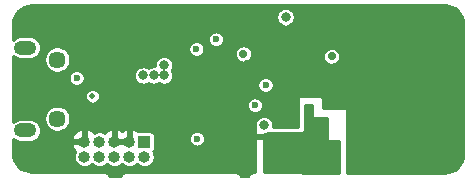
<source format=gbr>
G04 #@! TF.GenerationSoftware,KiCad,Pcbnew,(5.1.5)-3*
G04 #@! TF.CreationDate,2020-05-13T19:19:55+02:00*
G04 #@! TF.ProjectId,STRF,53545246-2e6b-4696-9361-645f70636258,rev?*
G04 #@! TF.SameCoordinates,Original*
G04 #@! TF.FileFunction,Copper,L2,Inr*
G04 #@! TF.FilePolarity,Positive*
%FSLAX46Y46*%
G04 Gerber Fmt 4.6, Leading zero omitted, Abs format (unit mm)*
G04 Created by KiCad (PCBNEW (5.1.5)-3) date 2020-05-13 19:19:55*
%MOMM*%
%LPD*%
G04 APERTURE LIST*
%ADD10O,1.000000X1.000000*%
%ADD11R,1.000000X1.000000*%
%ADD12C,1.450000*%
%ADD13O,1.900000X1.200000*%
%ADD14C,0.800000*%
%ADD15C,0.600000*%
%ADD16C,0.700000*%
%ADD17C,0.500000*%
%ADD18C,0.500000*%
%ADD19C,0.254000*%
G04 APERTURE END LIST*
D10*
X27720000Y-40220000D03*
X27720000Y-38950000D03*
X28990000Y-40220000D03*
X28990000Y-38950000D03*
X30260000Y-40220000D03*
X30260000Y-38950000D03*
X31530000Y-40220000D03*
X31530000Y-38950000D03*
X32800000Y-40220000D03*
D11*
X32800000Y-38950000D03*
D12*
X25412500Y-32000000D03*
X25412500Y-37000000D03*
D13*
X22712500Y-31000000D03*
X22712500Y-38000000D03*
D14*
X54300000Y-32025000D03*
D15*
X35715000Y-37485000D03*
D14*
X48625000Y-29025000D03*
X46300000Y-28425000D03*
X26325000Y-38500000D03*
X42725000Y-30875000D03*
X40975000Y-28925000D03*
X40975000Y-28000000D03*
X34350000Y-31425000D03*
X28000000Y-33350000D03*
X27075000Y-36200000D03*
X28100000Y-37200000D03*
X53250000Y-36900000D03*
X53250000Y-35900000D03*
X58200000Y-30400000D03*
X58200000Y-38600000D03*
X48850000Y-41350000D03*
X43600000Y-38600000D03*
X30600000Y-32975000D03*
X30600000Y-31475000D03*
D16*
X48900000Y-32600000D03*
D14*
X38225000Y-34475000D03*
X38200000Y-33475000D03*
X38200000Y-35475000D03*
X50250000Y-27700000D03*
X50250000Y-30200000D03*
X50250000Y-32500000D03*
X50250000Y-41300000D03*
X50250000Y-39075000D03*
X59500000Y-30000000D03*
X52750000Y-27700000D03*
X55750000Y-27700000D03*
X58400000Y-27700000D03*
X59500000Y-39000000D03*
X50250000Y-36900000D03*
D16*
X30350000Y-35100000D03*
D14*
X27075000Y-37200000D03*
X29100000Y-37200000D03*
D16*
X41500000Y-32375000D03*
D14*
X31900000Y-29600000D03*
X42000000Y-28000000D03*
X42000000Y-28925000D03*
X45550000Y-37450000D03*
X52750000Y-41300000D03*
X55750000Y-41300000D03*
X58400000Y-41300000D03*
D15*
X37250000Y-38700000D03*
X37200000Y-31100000D03*
D14*
X47575000Y-29025000D03*
D16*
X48650000Y-31725000D03*
D14*
X32700000Y-33350000D03*
X44750000Y-28425000D03*
X42925000Y-37550000D03*
X33575000Y-33350000D03*
X34450000Y-33350000D03*
X34450000Y-32475000D03*
D16*
X41175000Y-31525000D03*
D15*
X38866275Y-30282975D03*
D17*
X28400000Y-35100000D03*
D15*
X27050000Y-33550000D03*
X43050000Y-34150000D03*
X42145420Y-35871685D03*
D18*
X43600000Y-38600000D02*
X42000000Y-38600000D01*
D19*
G36*
X46948000Y-36825000D02*
G01*
X46950440Y-36849776D01*
X46957667Y-36873601D01*
X46969403Y-36895557D01*
X46985197Y-36914803D01*
X47004443Y-36930597D01*
X47026399Y-36942333D01*
X47050224Y-36949560D01*
X47075000Y-36952000D01*
X48273000Y-36952000D01*
X48273000Y-38800000D01*
X48275440Y-38824776D01*
X48282667Y-38848601D01*
X48294403Y-38870557D01*
X48310197Y-38889803D01*
X48329443Y-38905597D01*
X48351399Y-38917333D01*
X48375224Y-38924560D01*
X48400000Y-38927000D01*
X49273000Y-38927000D01*
X49273000Y-41566446D01*
X42927000Y-41546860D01*
X42927000Y-38331000D01*
X43001922Y-38331000D01*
X43152809Y-38300987D01*
X43294942Y-38242113D01*
X43392391Y-38177000D01*
X46225000Y-38177000D01*
X46249776Y-38174560D01*
X46273601Y-38167333D01*
X46295557Y-38155597D01*
X46314803Y-38139803D01*
X46330597Y-38120557D01*
X46342333Y-38098601D01*
X46349560Y-38074776D01*
X46352000Y-38050000D01*
X46352000Y-35877000D01*
X46948000Y-35877000D01*
X46948000Y-36825000D01*
G37*
X46948000Y-36825000D02*
X46950440Y-36849776D01*
X46957667Y-36873601D01*
X46969403Y-36895557D01*
X46985197Y-36914803D01*
X47004443Y-36930597D01*
X47026399Y-36942333D01*
X47050224Y-36949560D01*
X47075000Y-36952000D01*
X48273000Y-36952000D01*
X48273000Y-38800000D01*
X48275440Y-38824776D01*
X48282667Y-38848601D01*
X48294403Y-38870557D01*
X48310197Y-38889803D01*
X48329443Y-38905597D01*
X48351399Y-38917333D01*
X48375224Y-38924560D01*
X48400000Y-38927000D01*
X49273000Y-38927000D01*
X49273000Y-41566446D01*
X42927000Y-41546860D01*
X42927000Y-38331000D01*
X43001922Y-38331000D01*
X43152809Y-38300987D01*
X43294942Y-38242113D01*
X43392391Y-38177000D01*
X46225000Y-38177000D01*
X46249776Y-38174560D01*
X46273601Y-38167333D01*
X46295557Y-38155597D01*
X46314803Y-38139803D01*
X46330597Y-38120557D01*
X46342333Y-38098601D01*
X46349560Y-38074776D01*
X46352000Y-38050000D01*
X46352000Y-35877000D01*
X46948000Y-35877000D01*
X46948000Y-36825000D01*
G36*
X58509229Y-27438267D02*
G01*
X58806688Y-27528075D01*
X59081028Y-27673945D01*
X59321813Y-27870325D01*
X59519873Y-28109736D01*
X59667654Y-28383053D01*
X59759535Y-28679872D01*
X59794001Y-29007792D01*
X59794000Y-31619940D01*
X59794001Y-31619950D01*
X59794000Y-34480059D01*
X59794000Y-34480060D01*
X59794001Y-39980136D01*
X59761733Y-40309230D01*
X59671926Y-40606684D01*
X59526056Y-40881025D01*
X59329675Y-41121813D01*
X59090265Y-41319871D01*
X58816948Y-41467654D01*
X58520128Y-41559535D01*
X58192453Y-41593975D01*
X49927000Y-41568465D01*
X49927000Y-36250000D01*
X49924560Y-36225224D01*
X49917333Y-36201399D01*
X49905597Y-36179443D01*
X49889803Y-36160197D01*
X49870557Y-36144403D01*
X49848601Y-36132667D01*
X49824776Y-36125440D01*
X49800000Y-36123000D01*
X47877000Y-36123000D01*
X47877000Y-35250000D01*
X47874560Y-35225224D01*
X47867333Y-35201399D01*
X47855597Y-35179443D01*
X47839803Y-35160197D01*
X47820557Y-35144403D01*
X47798601Y-35132667D01*
X47774776Y-35125440D01*
X47750000Y-35123000D01*
X45900000Y-35123000D01*
X45875224Y-35125440D01*
X45851399Y-35132667D01*
X45829443Y-35144403D01*
X45810197Y-35160197D01*
X45794403Y-35179443D01*
X45782667Y-35201399D01*
X45775440Y-35225224D01*
X45773000Y-35250000D01*
X45773000Y-37673000D01*
X43696835Y-37673000D01*
X43706000Y-37626922D01*
X43706000Y-37473078D01*
X43675987Y-37322191D01*
X43617113Y-37180058D01*
X43531642Y-37052141D01*
X43422859Y-36943358D01*
X43294942Y-36857887D01*
X43152809Y-36799013D01*
X43001922Y-36769000D01*
X42848078Y-36769000D01*
X42697191Y-36799013D01*
X42555058Y-36857887D01*
X42427141Y-36943358D01*
X42318358Y-37052141D01*
X42232887Y-37180058D01*
X42174013Y-37322191D01*
X42144000Y-37473078D01*
X42144000Y-37626922D01*
X42174013Y-37777809D01*
X42198000Y-37835718D01*
X42198000Y-41544610D01*
X41981313Y-41543941D01*
X41921646Y-41549632D01*
X41845044Y-41572610D01*
X41774396Y-41610093D01*
X41712418Y-41660638D01*
X41661492Y-41722302D01*
X41623574Y-41792717D01*
X41600123Y-41869176D01*
X41599822Y-41872139D01*
X40950359Y-41871367D01*
X40927429Y-41794854D01*
X40889965Y-41724197D01*
X40839436Y-41662207D01*
X40777785Y-41611264D01*
X40707379Y-41573329D01*
X40630926Y-41549858D01*
X40571297Y-41543783D01*
X31181417Y-41512391D01*
X31121749Y-41518067D01*
X31045140Y-41541026D01*
X30974483Y-41578490D01*
X30912493Y-41629019D01*
X30861550Y-41690670D01*
X30823615Y-41761075D01*
X30800144Y-41837528D01*
X30797925Y-41859310D01*
X29802114Y-41858127D01*
X29800300Y-41839153D01*
X29777304Y-41762556D01*
X29739806Y-41691916D01*
X29689248Y-41629950D01*
X29627572Y-41579037D01*
X29557148Y-41541136D01*
X29480684Y-41517702D01*
X29421052Y-41511656D01*
X23270437Y-41494057D01*
X22940770Y-41461733D01*
X22643316Y-41371926D01*
X22368975Y-41226056D01*
X22128187Y-41029675D01*
X21930129Y-40790265D01*
X21782346Y-40516948D01*
X21690465Y-40220128D01*
X21656000Y-39892218D01*
X21656000Y-39251876D01*
X26625874Y-39251876D01*
X26705790Y-39459529D01*
X26824682Y-39647601D01*
X26952824Y-39782402D01*
X26939268Y-39802690D01*
X26872856Y-39963022D01*
X26839000Y-40133229D01*
X26839000Y-40306771D01*
X26872856Y-40476978D01*
X26939268Y-40637310D01*
X27035682Y-40781605D01*
X27158395Y-40904318D01*
X27302690Y-41000732D01*
X27463022Y-41067144D01*
X27633229Y-41101000D01*
X27806771Y-41101000D01*
X27976978Y-41067144D01*
X28137310Y-41000732D01*
X28281605Y-40904318D01*
X28355000Y-40830923D01*
X28428395Y-40904318D01*
X28572690Y-41000732D01*
X28733022Y-41067144D01*
X28903229Y-41101000D01*
X29076771Y-41101000D01*
X29246978Y-41067144D01*
X29407310Y-41000732D01*
X29551605Y-40904318D01*
X29625000Y-40830923D01*
X29698395Y-40904318D01*
X29842690Y-41000732D01*
X30003022Y-41067144D01*
X30173229Y-41101000D01*
X30346771Y-41101000D01*
X30516978Y-41067144D01*
X30677310Y-41000732D01*
X30821605Y-40904318D01*
X30895000Y-40830923D01*
X30968395Y-40904318D01*
X31112690Y-41000732D01*
X31273022Y-41067144D01*
X31443229Y-41101000D01*
X31616771Y-41101000D01*
X31786978Y-41067144D01*
X31947310Y-41000732D01*
X32091605Y-40904318D01*
X32165000Y-40830923D01*
X32238395Y-40904318D01*
X32382690Y-41000732D01*
X32543022Y-41067144D01*
X32713229Y-41101000D01*
X32886771Y-41101000D01*
X33056978Y-41067144D01*
X33217310Y-41000732D01*
X33361605Y-40904318D01*
X33484318Y-40781605D01*
X33580732Y-40637310D01*
X33647144Y-40476978D01*
X33681000Y-40306771D01*
X33681000Y-40133229D01*
X33647144Y-39963022D01*
X33580732Y-39802690D01*
X33541806Y-39744432D01*
X33570711Y-39720711D01*
X33618322Y-39662696D01*
X33653701Y-39596508D01*
X33675487Y-39524689D01*
X33682843Y-39450000D01*
X33682843Y-38632927D01*
X36569000Y-38632927D01*
X36569000Y-38767073D01*
X36595171Y-38898640D01*
X36646506Y-39022574D01*
X36721033Y-39134112D01*
X36815888Y-39228967D01*
X36927426Y-39303494D01*
X37051360Y-39354829D01*
X37182927Y-39381000D01*
X37317073Y-39381000D01*
X37448640Y-39354829D01*
X37572574Y-39303494D01*
X37684112Y-39228967D01*
X37778967Y-39134112D01*
X37853494Y-39022574D01*
X37904829Y-38898640D01*
X37931000Y-38767073D01*
X37931000Y-38632927D01*
X37904829Y-38501360D01*
X37853494Y-38377426D01*
X37778967Y-38265888D01*
X37684112Y-38171033D01*
X37572574Y-38096506D01*
X37448640Y-38045171D01*
X37317073Y-38019000D01*
X37182927Y-38019000D01*
X37051360Y-38045171D01*
X36927426Y-38096506D01*
X36815888Y-38171033D01*
X36721033Y-38265888D01*
X36646506Y-38377426D01*
X36595171Y-38501360D01*
X36569000Y-38632927D01*
X33682843Y-38632927D01*
X33682843Y-38450000D01*
X33675487Y-38375311D01*
X33653701Y-38303492D01*
X33618322Y-38237304D01*
X33570711Y-38179289D01*
X33512696Y-38131678D01*
X33446508Y-38096299D01*
X33374689Y-38074513D01*
X33300000Y-38067157D01*
X32300000Y-38067157D01*
X32245622Y-38072513D01*
X32090206Y-37962877D01*
X31886864Y-37872554D01*
X31831874Y-37855881D01*
X31657000Y-37982046D01*
X31657000Y-38823000D01*
X31677000Y-38823000D01*
X31677000Y-39077000D01*
X31657000Y-39077000D01*
X31657000Y-39097000D01*
X31403000Y-39097000D01*
X31403000Y-39077000D01*
X30387000Y-39077000D01*
X30387000Y-39097000D01*
X30133000Y-39097000D01*
X30133000Y-39077000D01*
X30113000Y-39077000D01*
X30113000Y-38823000D01*
X30133000Y-38823000D01*
X30133000Y-37982046D01*
X30387000Y-37982046D01*
X30387000Y-38823000D01*
X31403000Y-38823000D01*
X31403000Y-37982046D01*
X31228126Y-37855881D01*
X31173136Y-37872554D01*
X30969794Y-37962877D01*
X30895000Y-38015639D01*
X30820206Y-37962877D01*
X30616864Y-37872554D01*
X30561874Y-37855881D01*
X30387000Y-37982046D01*
X30133000Y-37982046D01*
X29958126Y-37855881D01*
X29903136Y-37872554D01*
X29699794Y-37962877D01*
X29517980Y-38091135D01*
X29429569Y-38184141D01*
X29407310Y-38169268D01*
X29246978Y-38102856D01*
X29076771Y-38069000D01*
X28903229Y-38069000D01*
X28733022Y-38102856D01*
X28572690Y-38169268D01*
X28550431Y-38184141D01*
X28462020Y-38091135D01*
X28280206Y-37962877D01*
X28076864Y-37872554D01*
X28021874Y-37855881D01*
X27847000Y-37982046D01*
X27847000Y-38823000D01*
X27867000Y-38823000D01*
X27867000Y-39077000D01*
X27847000Y-39077000D01*
X27847000Y-39097000D01*
X27593000Y-39097000D01*
X27593000Y-39077000D01*
X26750871Y-39077000D01*
X26625874Y-39251876D01*
X21656000Y-39251876D01*
X21656000Y-38685486D01*
X21665472Y-38697028D01*
X21814849Y-38819618D01*
X21985271Y-38910711D01*
X22170190Y-38966805D01*
X22314313Y-38981000D01*
X23110687Y-38981000D01*
X23254810Y-38966805D01*
X23439729Y-38910711D01*
X23610151Y-38819618D01*
X23759528Y-38697028D01*
X23799662Y-38648124D01*
X26625874Y-38648124D01*
X26750871Y-38823000D01*
X27593000Y-38823000D01*
X27593000Y-37982046D01*
X27418126Y-37855881D01*
X27363136Y-37872554D01*
X27159794Y-37962877D01*
X26977980Y-38091135D01*
X26824682Y-38252399D01*
X26705790Y-38440471D01*
X26625874Y-38648124D01*
X23799662Y-38648124D01*
X23882118Y-38547651D01*
X23973211Y-38377229D01*
X24029305Y-38192310D01*
X24048246Y-38000000D01*
X24029305Y-37807690D01*
X23973211Y-37622771D01*
X23882118Y-37452349D01*
X23759528Y-37302972D01*
X23610151Y-37180382D01*
X23439729Y-37089289D01*
X23254810Y-37033195D01*
X23110687Y-37019000D01*
X22314313Y-37019000D01*
X22170190Y-37033195D01*
X21985271Y-37089289D01*
X21814849Y-37180382D01*
X21665472Y-37302972D01*
X21656000Y-37314514D01*
X21656000Y-36891069D01*
X24306500Y-36891069D01*
X24306500Y-37108931D01*
X24349003Y-37322608D01*
X24432376Y-37523887D01*
X24553414Y-37705034D01*
X24707466Y-37859086D01*
X24888613Y-37980124D01*
X25089892Y-38063497D01*
X25303569Y-38106000D01*
X25521431Y-38106000D01*
X25735108Y-38063497D01*
X25936387Y-37980124D01*
X26117534Y-37859086D01*
X26271586Y-37705034D01*
X26392624Y-37523887D01*
X26475997Y-37322608D01*
X26518500Y-37108931D01*
X26518500Y-36891069D01*
X26475997Y-36677392D01*
X26392624Y-36476113D01*
X26271586Y-36294966D01*
X26117534Y-36140914D01*
X25936387Y-36019876D01*
X25735108Y-35936503D01*
X25521431Y-35894000D01*
X25303569Y-35894000D01*
X25089892Y-35936503D01*
X24888613Y-36019876D01*
X24707466Y-36140914D01*
X24553414Y-36294966D01*
X24432376Y-36476113D01*
X24349003Y-36677392D01*
X24306500Y-36891069D01*
X21656000Y-36891069D01*
X21656000Y-35804612D01*
X41464420Y-35804612D01*
X41464420Y-35938758D01*
X41490591Y-36070325D01*
X41541926Y-36194259D01*
X41616453Y-36305797D01*
X41711308Y-36400652D01*
X41822846Y-36475179D01*
X41946780Y-36526514D01*
X42078347Y-36552685D01*
X42212493Y-36552685D01*
X42344060Y-36526514D01*
X42467994Y-36475179D01*
X42579532Y-36400652D01*
X42674387Y-36305797D01*
X42748914Y-36194259D01*
X42800249Y-36070325D01*
X42826420Y-35938758D01*
X42826420Y-35804612D01*
X42800249Y-35673045D01*
X42748914Y-35549111D01*
X42674387Y-35437573D01*
X42579532Y-35342718D01*
X42467994Y-35268191D01*
X42344060Y-35216856D01*
X42212493Y-35190685D01*
X42078347Y-35190685D01*
X41946780Y-35216856D01*
X41822846Y-35268191D01*
X41711308Y-35342718D01*
X41616453Y-35437573D01*
X41541926Y-35549111D01*
X41490591Y-35673045D01*
X41464420Y-35804612D01*
X21656000Y-35804612D01*
X21656000Y-35037852D01*
X27769000Y-35037852D01*
X27769000Y-35162148D01*
X27793249Y-35284056D01*
X27840815Y-35398891D01*
X27909870Y-35502239D01*
X27997761Y-35590130D01*
X28101109Y-35659185D01*
X28215944Y-35706751D01*
X28337852Y-35731000D01*
X28462148Y-35731000D01*
X28584056Y-35706751D01*
X28698891Y-35659185D01*
X28802239Y-35590130D01*
X28890130Y-35502239D01*
X28959185Y-35398891D01*
X29006751Y-35284056D01*
X29031000Y-35162148D01*
X29031000Y-35037852D01*
X29006751Y-34915944D01*
X28959185Y-34801109D01*
X28890130Y-34697761D01*
X28802239Y-34609870D01*
X28698891Y-34540815D01*
X28584056Y-34493249D01*
X28462148Y-34469000D01*
X28337852Y-34469000D01*
X28215944Y-34493249D01*
X28101109Y-34540815D01*
X27997761Y-34609870D01*
X27909870Y-34697761D01*
X27840815Y-34801109D01*
X27793249Y-34915944D01*
X27769000Y-35037852D01*
X21656000Y-35037852D01*
X21656000Y-33482927D01*
X26369000Y-33482927D01*
X26369000Y-33617073D01*
X26395171Y-33748640D01*
X26446506Y-33872574D01*
X26521033Y-33984112D01*
X26615888Y-34078967D01*
X26727426Y-34153494D01*
X26851360Y-34204829D01*
X26982927Y-34231000D01*
X27117073Y-34231000D01*
X27248640Y-34204829D01*
X27372574Y-34153494D01*
X27484112Y-34078967D01*
X27578967Y-33984112D01*
X27653494Y-33872574D01*
X27704829Y-33748640D01*
X27731000Y-33617073D01*
X27731000Y-33482927D01*
X27704829Y-33351360D01*
X27672404Y-33273078D01*
X31919000Y-33273078D01*
X31919000Y-33426922D01*
X31949013Y-33577809D01*
X32007887Y-33719942D01*
X32093358Y-33847859D01*
X32202141Y-33956642D01*
X32330058Y-34042113D01*
X32472191Y-34100987D01*
X32623078Y-34131000D01*
X32776922Y-34131000D01*
X32927809Y-34100987D01*
X33069942Y-34042113D01*
X33137500Y-33996972D01*
X33205058Y-34042113D01*
X33347191Y-34100987D01*
X33498078Y-34131000D01*
X33651922Y-34131000D01*
X33802809Y-34100987D01*
X33944942Y-34042113D01*
X34012500Y-33996972D01*
X34080058Y-34042113D01*
X34222191Y-34100987D01*
X34373078Y-34131000D01*
X34526922Y-34131000D01*
X34677809Y-34100987D01*
X34721409Y-34082927D01*
X42369000Y-34082927D01*
X42369000Y-34217073D01*
X42395171Y-34348640D01*
X42446506Y-34472574D01*
X42521033Y-34584112D01*
X42615888Y-34678967D01*
X42727426Y-34753494D01*
X42851360Y-34804829D01*
X42982927Y-34831000D01*
X43117073Y-34831000D01*
X43248640Y-34804829D01*
X43372574Y-34753494D01*
X43484112Y-34678967D01*
X43578967Y-34584112D01*
X43653494Y-34472574D01*
X43704829Y-34348640D01*
X43731000Y-34217073D01*
X43731000Y-34082927D01*
X43704829Y-33951360D01*
X43653494Y-33827426D01*
X43578967Y-33715888D01*
X43484112Y-33621033D01*
X43372574Y-33546506D01*
X43248640Y-33495171D01*
X43117073Y-33469000D01*
X42982927Y-33469000D01*
X42851360Y-33495171D01*
X42727426Y-33546506D01*
X42615888Y-33621033D01*
X42521033Y-33715888D01*
X42446506Y-33827426D01*
X42395171Y-33951360D01*
X42369000Y-34082927D01*
X34721409Y-34082927D01*
X34819942Y-34042113D01*
X34947859Y-33956642D01*
X35056642Y-33847859D01*
X35142113Y-33719942D01*
X35200987Y-33577809D01*
X35231000Y-33426922D01*
X35231000Y-33273078D01*
X35200987Y-33122191D01*
X35142113Y-32980058D01*
X35096972Y-32912500D01*
X35142113Y-32844942D01*
X35200987Y-32702809D01*
X35231000Y-32551922D01*
X35231000Y-32398078D01*
X35200987Y-32247191D01*
X35142113Y-32105058D01*
X35056642Y-31977141D01*
X34947859Y-31868358D01*
X34819942Y-31782887D01*
X34677809Y-31724013D01*
X34526922Y-31694000D01*
X34373078Y-31694000D01*
X34222191Y-31724013D01*
X34080058Y-31782887D01*
X33952141Y-31868358D01*
X33843358Y-31977141D01*
X33757887Y-32105058D01*
X33699013Y-32247191D01*
X33669000Y-32398078D01*
X33669000Y-32551922D01*
X33673240Y-32573240D01*
X33651922Y-32569000D01*
X33498078Y-32569000D01*
X33347191Y-32599013D01*
X33205058Y-32657887D01*
X33137500Y-32703028D01*
X33069942Y-32657887D01*
X32927809Y-32599013D01*
X32776922Y-32569000D01*
X32623078Y-32569000D01*
X32472191Y-32599013D01*
X32330058Y-32657887D01*
X32202141Y-32743358D01*
X32093358Y-32852141D01*
X32007887Y-32980058D01*
X31949013Y-33122191D01*
X31919000Y-33273078D01*
X27672404Y-33273078D01*
X27653494Y-33227426D01*
X27578967Y-33115888D01*
X27484112Y-33021033D01*
X27372574Y-32946506D01*
X27248640Y-32895171D01*
X27117073Y-32869000D01*
X26982927Y-32869000D01*
X26851360Y-32895171D01*
X26727426Y-32946506D01*
X26615888Y-33021033D01*
X26521033Y-33115888D01*
X26446506Y-33227426D01*
X26395171Y-33351360D01*
X26369000Y-33482927D01*
X21656000Y-33482927D01*
X21656000Y-31685486D01*
X21665472Y-31697028D01*
X21814849Y-31819618D01*
X21985271Y-31910711D01*
X22170190Y-31966805D01*
X22314313Y-31981000D01*
X23110687Y-31981000D01*
X23254810Y-31966805D01*
X23439729Y-31910711D01*
X23476476Y-31891069D01*
X24306500Y-31891069D01*
X24306500Y-32108931D01*
X24349003Y-32322608D01*
X24432376Y-32523887D01*
X24553414Y-32705034D01*
X24707466Y-32859086D01*
X24888613Y-32980124D01*
X25089892Y-33063497D01*
X25303569Y-33106000D01*
X25521431Y-33106000D01*
X25735108Y-33063497D01*
X25936387Y-32980124D01*
X26117534Y-32859086D01*
X26271586Y-32705034D01*
X26392624Y-32523887D01*
X26475997Y-32322608D01*
X26518500Y-32108931D01*
X26518500Y-31891069D01*
X26475997Y-31677392D01*
X26392624Y-31476113D01*
X26271586Y-31294966D01*
X26117534Y-31140914D01*
X25955920Y-31032927D01*
X36519000Y-31032927D01*
X36519000Y-31167073D01*
X36545171Y-31298640D01*
X36596506Y-31422574D01*
X36671033Y-31534112D01*
X36765888Y-31628967D01*
X36877426Y-31703494D01*
X37001360Y-31754829D01*
X37132927Y-31781000D01*
X37267073Y-31781000D01*
X37398640Y-31754829D01*
X37522574Y-31703494D01*
X37634112Y-31628967D01*
X37728967Y-31534112D01*
X37783162Y-31453003D01*
X40444000Y-31453003D01*
X40444000Y-31596997D01*
X40472092Y-31738225D01*
X40527196Y-31871258D01*
X40607195Y-31990985D01*
X40709015Y-32092805D01*
X40828742Y-32172804D01*
X40961775Y-32227908D01*
X41103003Y-32256000D01*
X41246997Y-32256000D01*
X41388225Y-32227908D01*
X41521258Y-32172804D01*
X41640985Y-32092805D01*
X41742805Y-31990985D01*
X41822804Y-31871258D01*
X41877908Y-31738225D01*
X41894859Y-31653003D01*
X47919000Y-31653003D01*
X47919000Y-31796997D01*
X47947092Y-31938225D01*
X48002196Y-32071258D01*
X48082195Y-32190985D01*
X48184015Y-32292805D01*
X48303742Y-32372804D01*
X48436775Y-32427908D01*
X48578003Y-32456000D01*
X48721997Y-32456000D01*
X48863225Y-32427908D01*
X48996258Y-32372804D01*
X49115985Y-32292805D01*
X49217805Y-32190985D01*
X49297804Y-32071258D01*
X49352908Y-31938225D01*
X49381000Y-31796997D01*
X49381000Y-31653003D01*
X49352908Y-31511775D01*
X49297804Y-31378742D01*
X49217805Y-31259015D01*
X49115985Y-31157195D01*
X48996258Y-31077196D01*
X48863225Y-31022092D01*
X48721997Y-30994000D01*
X48578003Y-30994000D01*
X48436775Y-31022092D01*
X48303742Y-31077196D01*
X48184015Y-31157195D01*
X48082195Y-31259015D01*
X48002196Y-31378742D01*
X47947092Y-31511775D01*
X47919000Y-31653003D01*
X41894859Y-31653003D01*
X41906000Y-31596997D01*
X41906000Y-31453003D01*
X41877908Y-31311775D01*
X41822804Y-31178742D01*
X41742805Y-31059015D01*
X41640985Y-30957195D01*
X41521258Y-30877196D01*
X41388225Y-30822092D01*
X41246997Y-30794000D01*
X41103003Y-30794000D01*
X40961775Y-30822092D01*
X40828742Y-30877196D01*
X40709015Y-30957195D01*
X40607195Y-31059015D01*
X40527196Y-31178742D01*
X40472092Y-31311775D01*
X40444000Y-31453003D01*
X37783162Y-31453003D01*
X37803494Y-31422574D01*
X37854829Y-31298640D01*
X37881000Y-31167073D01*
X37881000Y-31032927D01*
X37854829Y-30901360D01*
X37803494Y-30777426D01*
X37728967Y-30665888D01*
X37634112Y-30571033D01*
X37522574Y-30496506D01*
X37398640Y-30445171D01*
X37267073Y-30419000D01*
X37132927Y-30419000D01*
X37001360Y-30445171D01*
X36877426Y-30496506D01*
X36765888Y-30571033D01*
X36671033Y-30665888D01*
X36596506Y-30777426D01*
X36545171Y-30901360D01*
X36519000Y-31032927D01*
X25955920Y-31032927D01*
X25936387Y-31019876D01*
X25735108Y-30936503D01*
X25521431Y-30894000D01*
X25303569Y-30894000D01*
X25089892Y-30936503D01*
X24888613Y-31019876D01*
X24707466Y-31140914D01*
X24553414Y-31294966D01*
X24432376Y-31476113D01*
X24349003Y-31677392D01*
X24306500Y-31891069D01*
X23476476Y-31891069D01*
X23610151Y-31819618D01*
X23759528Y-31697028D01*
X23882118Y-31547651D01*
X23973211Y-31377229D01*
X24029305Y-31192310D01*
X24048246Y-31000000D01*
X24029305Y-30807690D01*
X23973211Y-30622771D01*
X23882118Y-30452349D01*
X23759528Y-30302972D01*
X23653433Y-30215902D01*
X38185275Y-30215902D01*
X38185275Y-30350048D01*
X38211446Y-30481615D01*
X38262781Y-30605549D01*
X38337308Y-30717087D01*
X38432163Y-30811942D01*
X38543701Y-30886469D01*
X38667635Y-30937804D01*
X38799202Y-30963975D01*
X38933348Y-30963975D01*
X39064915Y-30937804D01*
X39188849Y-30886469D01*
X39300387Y-30811942D01*
X39395242Y-30717087D01*
X39469769Y-30605549D01*
X39521104Y-30481615D01*
X39547275Y-30350048D01*
X39547275Y-30215902D01*
X39521104Y-30084335D01*
X39469769Y-29960401D01*
X39395242Y-29848863D01*
X39300387Y-29754008D01*
X39188849Y-29679481D01*
X39064915Y-29628146D01*
X38933348Y-29601975D01*
X38799202Y-29601975D01*
X38667635Y-29628146D01*
X38543701Y-29679481D01*
X38432163Y-29754008D01*
X38337308Y-29848863D01*
X38262781Y-29960401D01*
X38211446Y-30084335D01*
X38185275Y-30215902D01*
X23653433Y-30215902D01*
X23610151Y-30180382D01*
X23439729Y-30089289D01*
X23254810Y-30033195D01*
X23110687Y-30019000D01*
X22314313Y-30019000D01*
X22170190Y-30033195D01*
X21985271Y-30089289D01*
X21814849Y-30180382D01*
X21665472Y-30302972D01*
X21656000Y-30314514D01*
X21656000Y-29019854D01*
X21688267Y-28690771D01*
X21778075Y-28393312D01*
X21802126Y-28348078D01*
X43969000Y-28348078D01*
X43969000Y-28501922D01*
X43999013Y-28652809D01*
X44057887Y-28794942D01*
X44143358Y-28922859D01*
X44252141Y-29031642D01*
X44380058Y-29117113D01*
X44522191Y-29175987D01*
X44673078Y-29206000D01*
X44826922Y-29206000D01*
X44977809Y-29175987D01*
X45119942Y-29117113D01*
X45247859Y-29031642D01*
X45356642Y-28922859D01*
X45442113Y-28794942D01*
X45500987Y-28652809D01*
X45531000Y-28501922D01*
X45531000Y-28348078D01*
X45500987Y-28197191D01*
X45442113Y-28055058D01*
X45356642Y-27927141D01*
X45247859Y-27818358D01*
X45119942Y-27732887D01*
X44977809Y-27674013D01*
X44826922Y-27644000D01*
X44673078Y-27644000D01*
X44522191Y-27674013D01*
X44380058Y-27732887D01*
X44252141Y-27818358D01*
X44143358Y-27927141D01*
X44057887Y-28055058D01*
X43999013Y-28197191D01*
X43969000Y-28348078D01*
X21802126Y-28348078D01*
X21923945Y-28118972D01*
X22120325Y-27878187D01*
X22359736Y-27680127D01*
X22633053Y-27532346D01*
X22929872Y-27440465D01*
X23257782Y-27406000D01*
X58180146Y-27406000D01*
X58509229Y-27438267D01*
G37*
X58509229Y-27438267D02*
X58806688Y-27528075D01*
X59081028Y-27673945D01*
X59321813Y-27870325D01*
X59519873Y-28109736D01*
X59667654Y-28383053D01*
X59759535Y-28679872D01*
X59794001Y-29007792D01*
X59794000Y-31619940D01*
X59794001Y-31619950D01*
X59794000Y-34480059D01*
X59794000Y-34480060D01*
X59794001Y-39980136D01*
X59761733Y-40309230D01*
X59671926Y-40606684D01*
X59526056Y-40881025D01*
X59329675Y-41121813D01*
X59090265Y-41319871D01*
X58816948Y-41467654D01*
X58520128Y-41559535D01*
X58192453Y-41593975D01*
X49927000Y-41568465D01*
X49927000Y-36250000D01*
X49924560Y-36225224D01*
X49917333Y-36201399D01*
X49905597Y-36179443D01*
X49889803Y-36160197D01*
X49870557Y-36144403D01*
X49848601Y-36132667D01*
X49824776Y-36125440D01*
X49800000Y-36123000D01*
X47877000Y-36123000D01*
X47877000Y-35250000D01*
X47874560Y-35225224D01*
X47867333Y-35201399D01*
X47855597Y-35179443D01*
X47839803Y-35160197D01*
X47820557Y-35144403D01*
X47798601Y-35132667D01*
X47774776Y-35125440D01*
X47750000Y-35123000D01*
X45900000Y-35123000D01*
X45875224Y-35125440D01*
X45851399Y-35132667D01*
X45829443Y-35144403D01*
X45810197Y-35160197D01*
X45794403Y-35179443D01*
X45782667Y-35201399D01*
X45775440Y-35225224D01*
X45773000Y-35250000D01*
X45773000Y-37673000D01*
X43696835Y-37673000D01*
X43706000Y-37626922D01*
X43706000Y-37473078D01*
X43675987Y-37322191D01*
X43617113Y-37180058D01*
X43531642Y-37052141D01*
X43422859Y-36943358D01*
X43294942Y-36857887D01*
X43152809Y-36799013D01*
X43001922Y-36769000D01*
X42848078Y-36769000D01*
X42697191Y-36799013D01*
X42555058Y-36857887D01*
X42427141Y-36943358D01*
X42318358Y-37052141D01*
X42232887Y-37180058D01*
X42174013Y-37322191D01*
X42144000Y-37473078D01*
X42144000Y-37626922D01*
X42174013Y-37777809D01*
X42198000Y-37835718D01*
X42198000Y-41544610D01*
X41981313Y-41543941D01*
X41921646Y-41549632D01*
X41845044Y-41572610D01*
X41774396Y-41610093D01*
X41712418Y-41660638D01*
X41661492Y-41722302D01*
X41623574Y-41792717D01*
X41600123Y-41869176D01*
X41599822Y-41872139D01*
X40950359Y-41871367D01*
X40927429Y-41794854D01*
X40889965Y-41724197D01*
X40839436Y-41662207D01*
X40777785Y-41611264D01*
X40707379Y-41573329D01*
X40630926Y-41549858D01*
X40571297Y-41543783D01*
X31181417Y-41512391D01*
X31121749Y-41518067D01*
X31045140Y-41541026D01*
X30974483Y-41578490D01*
X30912493Y-41629019D01*
X30861550Y-41690670D01*
X30823615Y-41761075D01*
X30800144Y-41837528D01*
X30797925Y-41859310D01*
X29802114Y-41858127D01*
X29800300Y-41839153D01*
X29777304Y-41762556D01*
X29739806Y-41691916D01*
X29689248Y-41629950D01*
X29627572Y-41579037D01*
X29557148Y-41541136D01*
X29480684Y-41517702D01*
X29421052Y-41511656D01*
X23270437Y-41494057D01*
X22940770Y-41461733D01*
X22643316Y-41371926D01*
X22368975Y-41226056D01*
X22128187Y-41029675D01*
X21930129Y-40790265D01*
X21782346Y-40516948D01*
X21690465Y-40220128D01*
X21656000Y-39892218D01*
X21656000Y-39251876D01*
X26625874Y-39251876D01*
X26705790Y-39459529D01*
X26824682Y-39647601D01*
X26952824Y-39782402D01*
X26939268Y-39802690D01*
X26872856Y-39963022D01*
X26839000Y-40133229D01*
X26839000Y-40306771D01*
X26872856Y-40476978D01*
X26939268Y-40637310D01*
X27035682Y-40781605D01*
X27158395Y-40904318D01*
X27302690Y-41000732D01*
X27463022Y-41067144D01*
X27633229Y-41101000D01*
X27806771Y-41101000D01*
X27976978Y-41067144D01*
X28137310Y-41000732D01*
X28281605Y-40904318D01*
X28355000Y-40830923D01*
X28428395Y-40904318D01*
X28572690Y-41000732D01*
X28733022Y-41067144D01*
X28903229Y-41101000D01*
X29076771Y-41101000D01*
X29246978Y-41067144D01*
X29407310Y-41000732D01*
X29551605Y-40904318D01*
X29625000Y-40830923D01*
X29698395Y-40904318D01*
X29842690Y-41000732D01*
X30003022Y-41067144D01*
X30173229Y-41101000D01*
X30346771Y-41101000D01*
X30516978Y-41067144D01*
X30677310Y-41000732D01*
X30821605Y-40904318D01*
X30895000Y-40830923D01*
X30968395Y-40904318D01*
X31112690Y-41000732D01*
X31273022Y-41067144D01*
X31443229Y-41101000D01*
X31616771Y-41101000D01*
X31786978Y-41067144D01*
X31947310Y-41000732D01*
X32091605Y-40904318D01*
X32165000Y-40830923D01*
X32238395Y-40904318D01*
X32382690Y-41000732D01*
X32543022Y-41067144D01*
X32713229Y-41101000D01*
X32886771Y-41101000D01*
X33056978Y-41067144D01*
X33217310Y-41000732D01*
X33361605Y-40904318D01*
X33484318Y-40781605D01*
X33580732Y-40637310D01*
X33647144Y-40476978D01*
X33681000Y-40306771D01*
X33681000Y-40133229D01*
X33647144Y-39963022D01*
X33580732Y-39802690D01*
X33541806Y-39744432D01*
X33570711Y-39720711D01*
X33618322Y-39662696D01*
X33653701Y-39596508D01*
X33675487Y-39524689D01*
X33682843Y-39450000D01*
X33682843Y-38632927D01*
X36569000Y-38632927D01*
X36569000Y-38767073D01*
X36595171Y-38898640D01*
X36646506Y-39022574D01*
X36721033Y-39134112D01*
X36815888Y-39228967D01*
X36927426Y-39303494D01*
X37051360Y-39354829D01*
X37182927Y-39381000D01*
X37317073Y-39381000D01*
X37448640Y-39354829D01*
X37572574Y-39303494D01*
X37684112Y-39228967D01*
X37778967Y-39134112D01*
X37853494Y-39022574D01*
X37904829Y-38898640D01*
X37931000Y-38767073D01*
X37931000Y-38632927D01*
X37904829Y-38501360D01*
X37853494Y-38377426D01*
X37778967Y-38265888D01*
X37684112Y-38171033D01*
X37572574Y-38096506D01*
X37448640Y-38045171D01*
X37317073Y-38019000D01*
X37182927Y-38019000D01*
X37051360Y-38045171D01*
X36927426Y-38096506D01*
X36815888Y-38171033D01*
X36721033Y-38265888D01*
X36646506Y-38377426D01*
X36595171Y-38501360D01*
X36569000Y-38632927D01*
X33682843Y-38632927D01*
X33682843Y-38450000D01*
X33675487Y-38375311D01*
X33653701Y-38303492D01*
X33618322Y-38237304D01*
X33570711Y-38179289D01*
X33512696Y-38131678D01*
X33446508Y-38096299D01*
X33374689Y-38074513D01*
X33300000Y-38067157D01*
X32300000Y-38067157D01*
X32245622Y-38072513D01*
X32090206Y-37962877D01*
X31886864Y-37872554D01*
X31831874Y-37855881D01*
X31657000Y-37982046D01*
X31657000Y-38823000D01*
X31677000Y-38823000D01*
X31677000Y-39077000D01*
X31657000Y-39077000D01*
X31657000Y-39097000D01*
X31403000Y-39097000D01*
X31403000Y-39077000D01*
X30387000Y-39077000D01*
X30387000Y-39097000D01*
X30133000Y-39097000D01*
X30133000Y-39077000D01*
X30113000Y-39077000D01*
X30113000Y-38823000D01*
X30133000Y-38823000D01*
X30133000Y-37982046D01*
X30387000Y-37982046D01*
X30387000Y-38823000D01*
X31403000Y-38823000D01*
X31403000Y-37982046D01*
X31228126Y-37855881D01*
X31173136Y-37872554D01*
X30969794Y-37962877D01*
X30895000Y-38015639D01*
X30820206Y-37962877D01*
X30616864Y-37872554D01*
X30561874Y-37855881D01*
X30387000Y-37982046D01*
X30133000Y-37982046D01*
X29958126Y-37855881D01*
X29903136Y-37872554D01*
X29699794Y-37962877D01*
X29517980Y-38091135D01*
X29429569Y-38184141D01*
X29407310Y-38169268D01*
X29246978Y-38102856D01*
X29076771Y-38069000D01*
X28903229Y-38069000D01*
X28733022Y-38102856D01*
X28572690Y-38169268D01*
X28550431Y-38184141D01*
X28462020Y-38091135D01*
X28280206Y-37962877D01*
X28076864Y-37872554D01*
X28021874Y-37855881D01*
X27847000Y-37982046D01*
X27847000Y-38823000D01*
X27867000Y-38823000D01*
X27867000Y-39077000D01*
X27847000Y-39077000D01*
X27847000Y-39097000D01*
X27593000Y-39097000D01*
X27593000Y-39077000D01*
X26750871Y-39077000D01*
X26625874Y-39251876D01*
X21656000Y-39251876D01*
X21656000Y-38685486D01*
X21665472Y-38697028D01*
X21814849Y-38819618D01*
X21985271Y-38910711D01*
X22170190Y-38966805D01*
X22314313Y-38981000D01*
X23110687Y-38981000D01*
X23254810Y-38966805D01*
X23439729Y-38910711D01*
X23610151Y-38819618D01*
X23759528Y-38697028D01*
X23799662Y-38648124D01*
X26625874Y-38648124D01*
X26750871Y-38823000D01*
X27593000Y-38823000D01*
X27593000Y-37982046D01*
X27418126Y-37855881D01*
X27363136Y-37872554D01*
X27159794Y-37962877D01*
X26977980Y-38091135D01*
X26824682Y-38252399D01*
X26705790Y-38440471D01*
X26625874Y-38648124D01*
X23799662Y-38648124D01*
X23882118Y-38547651D01*
X23973211Y-38377229D01*
X24029305Y-38192310D01*
X24048246Y-38000000D01*
X24029305Y-37807690D01*
X23973211Y-37622771D01*
X23882118Y-37452349D01*
X23759528Y-37302972D01*
X23610151Y-37180382D01*
X23439729Y-37089289D01*
X23254810Y-37033195D01*
X23110687Y-37019000D01*
X22314313Y-37019000D01*
X22170190Y-37033195D01*
X21985271Y-37089289D01*
X21814849Y-37180382D01*
X21665472Y-37302972D01*
X21656000Y-37314514D01*
X21656000Y-36891069D01*
X24306500Y-36891069D01*
X24306500Y-37108931D01*
X24349003Y-37322608D01*
X24432376Y-37523887D01*
X24553414Y-37705034D01*
X24707466Y-37859086D01*
X24888613Y-37980124D01*
X25089892Y-38063497D01*
X25303569Y-38106000D01*
X25521431Y-38106000D01*
X25735108Y-38063497D01*
X25936387Y-37980124D01*
X26117534Y-37859086D01*
X26271586Y-37705034D01*
X26392624Y-37523887D01*
X26475997Y-37322608D01*
X26518500Y-37108931D01*
X26518500Y-36891069D01*
X26475997Y-36677392D01*
X26392624Y-36476113D01*
X26271586Y-36294966D01*
X26117534Y-36140914D01*
X25936387Y-36019876D01*
X25735108Y-35936503D01*
X25521431Y-35894000D01*
X25303569Y-35894000D01*
X25089892Y-35936503D01*
X24888613Y-36019876D01*
X24707466Y-36140914D01*
X24553414Y-36294966D01*
X24432376Y-36476113D01*
X24349003Y-36677392D01*
X24306500Y-36891069D01*
X21656000Y-36891069D01*
X21656000Y-35804612D01*
X41464420Y-35804612D01*
X41464420Y-35938758D01*
X41490591Y-36070325D01*
X41541926Y-36194259D01*
X41616453Y-36305797D01*
X41711308Y-36400652D01*
X41822846Y-36475179D01*
X41946780Y-36526514D01*
X42078347Y-36552685D01*
X42212493Y-36552685D01*
X42344060Y-36526514D01*
X42467994Y-36475179D01*
X42579532Y-36400652D01*
X42674387Y-36305797D01*
X42748914Y-36194259D01*
X42800249Y-36070325D01*
X42826420Y-35938758D01*
X42826420Y-35804612D01*
X42800249Y-35673045D01*
X42748914Y-35549111D01*
X42674387Y-35437573D01*
X42579532Y-35342718D01*
X42467994Y-35268191D01*
X42344060Y-35216856D01*
X42212493Y-35190685D01*
X42078347Y-35190685D01*
X41946780Y-35216856D01*
X41822846Y-35268191D01*
X41711308Y-35342718D01*
X41616453Y-35437573D01*
X41541926Y-35549111D01*
X41490591Y-35673045D01*
X41464420Y-35804612D01*
X21656000Y-35804612D01*
X21656000Y-35037852D01*
X27769000Y-35037852D01*
X27769000Y-35162148D01*
X27793249Y-35284056D01*
X27840815Y-35398891D01*
X27909870Y-35502239D01*
X27997761Y-35590130D01*
X28101109Y-35659185D01*
X28215944Y-35706751D01*
X28337852Y-35731000D01*
X28462148Y-35731000D01*
X28584056Y-35706751D01*
X28698891Y-35659185D01*
X28802239Y-35590130D01*
X28890130Y-35502239D01*
X28959185Y-35398891D01*
X29006751Y-35284056D01*
X29031000Y-35162148D01*
X29031000Y-35037852D01*
X29006751Y-34915944D01*
X28959185Y-34801109D01*
X28890130Y-34697761D01*
X28802239Y-34609870D01*
X28698891Y-34540815D01*
X28584056Y-34493249D01*
X28462148Y-34469000D01*
X28337852Y-34469000D01*
X28215944Y-34493249D01*
X28101109Y-34540815D01*
X27997761Y-34609870D01*
X27909870Y-34697761D01*
X27840815Y-34801109D01*
X27793249Y-34915944D01*
X27769000Y-35037852D01*
X21656000Y-35037852D01*
X21656000Y-33482927D01*
X26369000Y-33482927D01*
X26369000Y-33617073D01*
X26395171Y-33748640D01*
X26446506Y-33872574D01*
X26521033Y-33984112D01*
X26615888Y-34078967D01*
X26727426Y-34153494D01*
X26851360Y-34204829D01*
X26982927Y-34231000D01*
X27117073Y-34231000D01*
X27248640Y-34204829D01*
X27372574Y-34153494D01*
X27484112Y-34078967D01*
X27578967Y-33984112D01*
X27653494Y-33872574D01*
X27704829Y-33748640D01*
X27731000Y-33617073D01*
X27731000Y-33482927D01*
X27704829Y-33351360D01*
X27672404Y-33273078D01*
X31919000Y-33273078D01*
X31919000Y-33426922D01*
X31949013Y-33577809D01*
X32007887Y-33719942D01*
X32093358Y-33847859D01*
X32202141Y-33956642D01*
X32330058Y-34042113D01*
X32472191Y-34100987D01*
X32623078Y-34131000D01*
X32776922Y-34131000D01*
X32927809Y-34100987D01*
X33069942Y-34042113D01*
X33137500Y-33996972D01*
X33205058Y-34042113D01*
X33347191Y-34100987D01*
X33498078Y-34131000D01*
X33651922Y-34131000D01*
X33802809Y-34100987D01*
X33944942Y-34042113D01*
X34012500Y-33996972D01*
X34080058Y-34042113D01*
X34222191Y-34100987D01*
X34373078Y-34131000D01*
X34526922Y-34131000D01*
X34677809Y-34100987D01*
X34721409Y-34082927D01*
X42369000Y-34082927D01*
X42369000Y-34217073D01*
X42395171Y-34348640D01*
X42446506Y-34472574D01*
X42521033Y-34584112D01*
X42615888Y-34678967D01*
X42727426Y-34753494D01*
X42851360Y-34804829D01*
X42982927Y-34831000D01*
X43117073Y-34831000D01*
X43248640Y-34804829D01*
X43372574Y-34753494D01*
X43484112Y-34678967D01*
X43578967Y-34584112D01*
X43653494Y-34472574D01*
X43704829Y-34348640D01*
X43731000Y-34217073D01*
X43731000Y-34082927D01*
X43704829Y-33951360D01*
X43653494Y-33827426D01*
X43578967Y-33715888D01*
X43484112Y-33621033D01*
X43372574Y-33546506D01*
X43248640Y-33495171D01*
X43117073Y-33469000D01*
X42982927Y-33469000D01*
X42851360Y-33495171D01*
X42727426Y-33546506D01*
X42615888Y-33621033D01*
X42521033Y-33715888D01*
X42446506Y-33827426D01*
X42395171Y-33951360D01*
X42369000Y-34082927D01*
X34721409Y-34082927D01*
X34819942Y-34042113D01*
X34947859Y-33956642D01*
X35056642Y-33847859D01*
X35142113Y-33719942D01*
X35200987Y-33577809D01*
X35231000Y-33426922D01*
X35231000Y-33273078D01*
X35200987Y-33122191D01*
X35142113Y-32980058D01*
X35096972Y-32912500D01*
X35142113Y-32844942D01*
X35200987Y-32702809D01*
X35231000Y-32551922D01*
X35231000Y-32398078D01*
X35200987Y-32247191D01*
X35142113Y-32105058D01*
X35056642Y-31977141D01*
X34947859Y-31868358D01*
X34819942Y-31782887D01*
X34677809Y-31724013D01*
X34526922Y-31694000D01*
X34373078Y-31694000D01*
X34222191Y-31724013D01*
X34080058Y-31782887D01*
X33952141Y-31868358D01*
X33843358Y-31977141D01*
X33757887Y-32105058D01*
X33699013Y-32247191D01*
X33669000Y-32398078D01*
X33669000Y-32551922D01*
X33673240Y-32573240D01*
X33651922Y-32569000D01*
X33498078Y-32569000D01*
X33347191Y-32599013D01*
X33205058Y-32657887D01*
X33137500Y-32703028D01*
X33069942Y-32657887D01*
X32927809Y-32599013D01*
X32776922Y-32569000D01*
X32623078Y-32569000D01*
X32472191Y-32599013D01*
X32330058Y-32657887D01*
X32202141Y-32743358D01*
X32093358Y-32852141D01*
X32007887Y-32980058D01*
X31949013Y-33122191D01*
X31919000Y-33273078D01*
X27672404Y-33273078D01*
X27653494Y-33227426D01*
X27578967Y-33115888D01*
X27484112Y-33021033D01*
X27372574Y-32946506D01*
X27248640Y-32895171D01*
X27117073Y-32869000D01*
X26982927Y-32869000D01*
X26851360Y-32895171D01*
X26727426Y-32946506D01*
X26615888Y-33021033D01*
X26521033Y-33115888D01*
X26446506Y-33227426D01*
X26395171Y-33351360D01*
X26369000Y-33482927D01*
X21656000Y-33482927D01*
X21656000Y-31685486D01*
X21665472Y-31697028D01*
X21814849Y-31819618D01*
X21985271Y-31910711D01*
X22170190Y-31966805D01*
X22314313Y-31981000D01*
X23110687Y-31981000D01*
X23254810Y-31966805D01*
X23439729Y-31910711D01*
X23476476Y-31891069D01*
X24306500Y-31891069D01*
X24306500Y-32108931D01*
X24349003Y-32322608D01*
X24432376Y-32523887D01*
X24553414Y-32705034D01*
X24707466Y-32859086D01*
X24888613Y-32980124D01*
X25089892Y-33063497D01*
X25303569Y-33106000D01*
X25521431Y-33106000D01*
X25735108Y-33063497D01*
X25936387Y-32980124D01*
X26117534Y-32859086D01*
X26271586Y-32705034D01*
X26392624Y-32523887D01*
X26475997Y-32322608D01*
X26518500Y-32108931D01*
X26518500Y-31891069D01*
X26475997Y-31677392D01*
X26392624Y-31476113D01*
X26271586Y-31294966D01*
X26117534Y-31140914D01*
X25955920Y-31032927D01*
X36519000Y-31032927D01*
X36519000Y-31167073D01*
X36545171Y-31298640D01*
X36596506Y-31422574D01*
X36671033Y-31534112D01*
X36765888Y-31628967D01*
X36877426Y-31703494D01*
X37001360Y-31754829D01*
X37132927Y-31781000D01*
X37267073Y-31781000D01*
X37398640Y-31754829D01*
X37522574Y-31703494D01*
X37634112Y-31628967D01*
X37728967Y-31534112D01*
X37783162Y-31453003D01*
X40444000Y-31453003D01*
X40444000Y-31596997D01*
X40472092Y-31738225D01*
X40527196Y-31871258D01*
X40607195Y-31990985D01*
X40709015Y-32092805D01*
X40828742Y-32172804D01*
X40961775Y-32227908D01*
X41103003Y-32256000D01*
X41246997Y-32256000D01*
X41388225Y-32227908D01*
X41521258Y-32172804D01*
X41640985Y-32092805D01*
X41742805Y-31990985D01*
X41822804Y-31871258D01*
X41877908Y-31738225D01*
X41894859Y-31653003D01*
X47919000Y-31653003D01*
X47919000Y-31796997D01*
X47947092Y-31938225D01*
X48002196Y-32071258D01*
X48082195Y-32190985D01*
X48184015Y-32292805D01*
X48303742Y-32372804D01*
X48436775Y-32427908D01*
X48578003Y-32456000D01*
X48721997Y-32456000D01*
X48863225Y-32427908D01*
X48996258Y-32372804D01*
X49115985Y-32292805D01*
X49217805Y-32190985D01*
X49297804Y-32071258D01*
X49352908Y-31938225D01*
X49381000Y-31796997D01*
X49381000Y-31653003D01*
X49352908Y-31511775D01*
X49297804Y-31378742D01*
X49217805Y-31259015D01*
X49115985Y-31157195D01*
X48996258Y-31077196D01*
X48863225Y-31022092D01*
X48721997Y-30994000D01*
X48578003Y-30994000D01*
X48436775Y-31022092D01*
X48303742Y-31077196D01*
X48184015Y-31157195D01*
X48082195Y-31259015D01*
X48002196Y-31378742D01*
X47947092Y-31511775D01*
X47919000Y-31653003D01*
X41894859Y-31653003D01*
X41906000Y-31596997D01*
X41906000Y-31453003D01*
X41877908Y-31311775D01*
X41822804Y-31178742D01*
X41742805Y-31059015D01*
X41640985Y-30957195D01*
X41521258Y-30877196D01*
X41388225Y-30822092D01*
X41246997Y-30794000D01*
X41103003Y-30794000D01*
X40961775Y-30822092D01*
X40828742Y-30877196D01*
X40709015Y-30957195D01*
X40607195Y-31059015D01*
X40527196Y-31178742D01*
X40472092Y-31311775D01*
X40444000Y-31453003D01*
X37783162Y-31453003D01*
X37803494Y-31422574D01*
X37854829Y-31298640D01*
X37881000Y-31167073D01*
X37881000Y-31032927D01*
X37854829Y-30901360D01*
X37803494Y-30777426D01*
X37728967Y-30665888D01*
X37634112Y-30571033D01*
X37522574Y-30496506D01*
X37398640Y-30445171D01*
X37267073Y-30419000D01*
X37132927Y-30419000D01*
X37001360Y-30445171D01*
X36877426Y-30496506D01*
X36765888Y-30571033D01*
X36671033Y-30665888D01*
X36596506Y-30777426D01*
X36545171Y-30901360D01*
X36519000Y-31032927D01*
X25955920Y-31032927D01*
X25936387Y-31019876D01*
X25735108Y-30936503D01*
X25521431Y-30894000D01*
X25303569Y-30894000D01*
X25089892Y-30936503D01*
X24888613Y-31019876D01*
X24707466Y-31140914D01*
X24553414Y-31294966D01*
X24432376Y-31476113D01*
X24349003Y-31677392D01*
X24306500Y-31891069D01*
X23476476Y-31891069D01*
X23610151Y-31819618D01*
X23759528Y-31697028D01*
X23882118Y-31547651D01*
X23973211Y-31377229D01*
X24029305Y-31192310D01*
X24048246Y-31000000D01*
X24029305Y-30807690D01*
X23973211Y-30622771D01*
X23882118Y-30452349D01*
X23759528Y-30302972D01*
X23653433Y-30215902D01*
X38185275Y-30215902D01*
X38185275Y-30350048D01*
X38211446Y-30481615D01*
X38262781Y-30605549D01*
X38337308Y-30717087D01*
X38432163Y-30811942D01*
X38543701Y-30886469D01*
X38667635Y-30937804D01*
X38799202Y-30963975D01*
X38933348Y-30963975D01*
X39064915Y-30937804D01*
X39188849Y-30886469D01*
X39300387Y-30811942D01*
X39395242Y-30717087D01*
X39469769Y-30605549D01*
X39521104Y-30481615D01*
X39547275Y-30350048D01*
X39547275Y-30215902D01*
X39521104Y-30084335D01*
X39469769Y-29960401D01*
X39395242Y-29848863D01*
X39300387Y-29754008D01*
X39188849Y-29679481D01*
X39064915Y-29628146D01*
X38933348Y-29601975D01*
X38799202Y-29601975D01*
X38667635Y-29628146D01*
X38543701Y-29679481D01*
X38432163Y-29754008D01*
X38337308Y-29848863D01*
X38262781Y-29960401D01*
X38211446Y-30084335D01*
X38185275Y-30215902D01*
X23653433Y-30215902D01*
X23610151Y-30180382D01*
X23439729Y-30089289D01*
X23254810Y-30033195D01*
X23110687Y-30019000D01*
X22314313Y-30019000D01*
X22170190Y-30033195D01*
X21985271Y-30089289D01*
X21814849Y-30180382D01*
X21665472Y-30302972D01*
X21656000Y-30314514D01*
X21656000Y-29019854D01*
X21688267Y-28690771D01*
X21778075Y-28393312D01*
X21802126Y-28348078D01*
X43969000Y-28348078D01*
X43969000Y-28501922D01*
X43999013Y-28652809D01*
X44057887Y-28794942D01*
X44143358Y-28922859D01*
X44252141Y-29031642D01*
X44380058Y-29117113D01*
X44522191Y-29175987D01*
X44673078Y-29206000D01*
X44826922Y-29206000D01*
X44977809Y-29175987D01*
X45119942Y-29117113D01*
X45247859Y-29031642D01*
X45356642Y-28922859D01*
X45442113Y-28794942D01*
X45500987Y-28652809D01*
X45531000Y-28501922D01*
X45531000Y-28348078D01*
X45500987Y-28197191D01*
X45442113Y-28055058D01*
X45356642Y-27927141D01*
X45247859Y-27818358D01*
X45119942Y-27732887D01*
X44977809Y-27674013D01*
X44826922Y-27644000D01*
X44673078Y-27644000D01*
X44522191Y-27674013D01*
X44380058Y-27732887D01*
X44252141Y-27818358D01*
X44143358Y-27927141D01*
X44057887Y-28055058D01*
X43999013Y-28197191D01*
X43969000Y-28348078D01*
X21802126Y-28348078D01*
X21923945Y-28118972D01*
X22120325Y-27878187D01*
X22359736Y-27680127D01*
X22633053Y-27532346D01*
X22929872Y-27440465D01*
X23257782Y-27406000D01*
X58180146Y-27406000D01*
X58509229Y-27438267D01*
M02*

</source>
